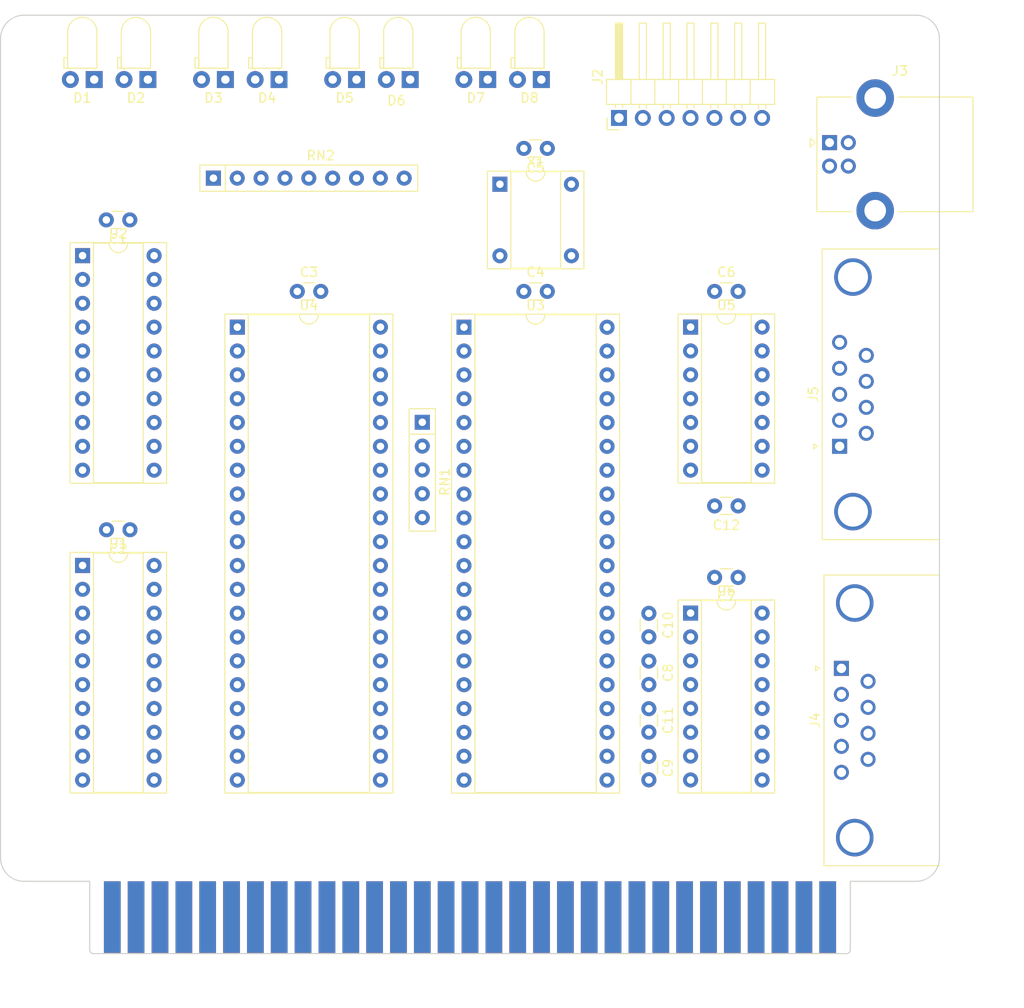
<source format=kicad_pcb>
(kicad_pcb (version 20211014) (generator pcbnew)
  (title_block (title "CTC & dual SIO") (date "2022-12-08") (rev "1") (company "Frédéric Segard"))
  (layers (0 "F.Cu" signal) (31 "B.Cu" signal) (34 "B.Paste" user) (35 "F.Paste" user) (36 "B.SilkS" user "B.Silkscreen") (37 "F.SilkS" user "F.Silkscreen") (38 "B.Mask" user) (39 "F.Mask" user) (44 "Edge.Cuts" user))
  (net 0 "")
  (net 1 "+5V")
  (net 2 "GND")
  (net 3 "Net-(C11-Pad2)")
  (net 4 "Net-(C12-Pad1)")
  (net 5 "Net-(D1-Pad1)")
  (net 6 "Net-(D1-Pad2)")
  (net 7 "Net-(D2-Pad1)")
  (net 8 "Net-(D2-Pad2)")
  (net 9 "Net-(D3-Pad1)")
  (net 10 "Net-(D3-Pad2)")
  (net 11 "Net-(D4-Pad1)")
  (net 12 "Net-(D4-Pad2)")
  (net 13 "Net-(D5-Pad1)")
  (net 14 "Net-(D5-Pad2)")
  (net 15 "Net-(D6-Pad1)")
  (net 16 "Net-(D6-Pad2)")
  (net 17 "Net-(D7-Pad1)")
  (net 18 "Net-(D7-Pad2)")
  (net 19 "Net-(D8-Pad1)")
  (net 20 "Net-(D8-Pad2)")
  (net 21 "/A7")
  (net 22 "/A6")
  (net 23 "/A5")
  (net 24 "/A4")
  (net 25 "/A3")
  (net 26 "/A2")
  (net 27 "/A1")
  (net 28 "/A0")
  (net 29 "/D0")
  (net 30 "/D1")
  (net 31 "/D2")
  (net 32 "/D3")
  (net 33 "/D4")
  (net 34 "/D5")
  (net 35 "/D6")
  (net 36 "/D7")
  (net 37 "/TX")
  (net 38 "/RX")
  (net 39 "/~{M1}")
  (net 40 "/~{RESET}")
  (net 41 "/CLK")
  (net 42 "/~{INT}")
  (net 43 "/~{RD}")
  (net 44 "/~{IORQ}")
  (net 45 "/LCD_Rx")
  (net 46 "/LCD_Tx")
  (net 47 "Net-(J3-Pad2)")
  (net 48 "Net-(J3-Pad3)")
  (net 50 "Net-(J4-Pad2)")
  (net 51 "Net-(J4-Pad3)")
  (net 54 "Net-(J4-Pad7)")
  (net 55 "Net-(J4-Pad8)")
  (net 57 "/SIO_IEO")
  (net 58 "/RxA")
  (net 59 "/TxA")
  (net 60 "/RxB")
  (net 61 "/TxB")
  (net 67 "/SDA")
  (net 68 "/SCL")
  (net 69 "/~{SIO2CS}")
  (net 70 "/~{SIO1CS}")
  (net 71 "/CLKSIO")
  (net 102 "/SIO_IEI")
  (net 111 "Net-(C9-Pad1)")
  (net 122 "Net-(U3-Pad23)")
  (net 123 "Net-(U3-Pad24)")
  (net 132 "Net-(C8-Pad1)")
  (net 133 "Net-(C8-Pad2)")
  (net 134 "Net-(C10-Pad2)")
  (net 135 "Net-(C11-Pad1)")
  (footprint "Capacitor_THT:C_Disc_D3.0mm_W1.6mm_P2.50mm" (layer "F.Cu") (at 168.295 82.55)
    (fp_text reference "C6" (at 1.25 -2.05) (layer "F.SilkS"))
    (fp_text value "0.1µF")
    (pad "1" thru_hole circle (at 0 0) (size 1.6 1.6) (drill 0.8) (layers *.Cu *.Mask) (net 1 "+5V"))
    (pad "2" thru_hole circle (at 2.5 0) (size 1.6 1.6) (drill 0.8) (layers *.Cu *.Mask) (net 2 "GND"))
  )
  (footprint "Capacitor_THT:C_Disc_D3.0mm_W1.6mm_P2.50mm" (layer "F.Cu") (at 161.29 116.86 -90)
    (fp_text reference "C10" (at 1.25 -2.05 90) (layer "F.SilkS"))
    (fp_text value "1µF")
    (pad "1" thru_hole circle (at 0 0 270) (size 1.6 1.6) (drill 0.8) (layers *.Cu *.Mask) (net 1 "+5V"))
    (pad "2" thru_hole circle (at 2.5 0 270) (size 1.6 1.6) (drill 0.8) (layers *.Cu *.Mask) (net 134 "Net-(C10-Pad2)"))
  )
  (footprint "LED_THT:LED_D3.0mm_Horizontal_O1.27mm_Z2.0mm_Clear" (layer "F.Cu") (at 130.155 59.975 180)
    (fp_text reference "D5" (at 1.27 -1.96) (layer "F.SilkS"))
    (fp_text value "RX")
    (pad "1" thru_hole rect (at 0 0 180) (size 1.8 1.8) (drill 0.9) (layers *.Cu *.Mask) (net 13 "Net-(D5-Pad1)"))
    (pad "2" thru_hole circle (at 2.54 0 180) (size 1.8 1.8) (drill 0.9) (layers *.Cu *.Mask) (net 14 "Net-(D5-Pad2)"))
  )
  (footprint "Capacitor_THT:C_Disc_D3.0mm_W1.6mm_P2.50mm" (layer "F.Cu") (at 170.795 105.41 180)
    (fp_text reference "C12" (at 1.25 -2.05) (layer "F.SilkS"))
    (fp_text value "1µF")
    (pad "1" thru_hole circle (at 0 0 180) (size 1.6 1.6) (drill 0.8) (layers *.Cu *.Mask) (net 4 "Net-(C12-Pad1)"))
    (pad "2" thru_hole circle (at 2.5 0 180) (size 1.6 1.6) (drill 0.8) (layers *.Cu *.Mask) (net 2 "GND"))
  )
  (footprint "Connector_USB:USB_B_Lumberg_2411_02_Horizontal" (layer "F.Cu") (at 180.5375 66.695)
    (fp_text reference "J3" (at 7.5 -7.65) (layer "F.SilkS"))
    (fp_text value "USB B")
    (pad "1" thru_hole rect (at 0 0 90) (size 1.6 1.6) (drill 0.95) (layers *.Cu *.Mask))
    (pad "2" thru_hole circle (at 0 2.5 90) (size 1.6 1.6) (drill 0.95) (layers *.Cu *.Mask) (net 47 "Net-(J3-Pad2)"))
    (pad "3" thru_hole circle (at 2 2.5 90) (size 1.6 1.6) (drill 0.95) (layers *.Cu *.Mask) (net 48 "Net-(J3-Pad3)"))
    (pad "4" thru_hole circle (at 2 0 90) (size 1.6 1.6) (drill 0.95) (layers *.Cu *.Mask) (net 2 "GND"))
    (pad "5" thru_hole circle (at 4.86 7.25 90) (size 4 4) (drill 2.3) (layers *.Cu *.Mask) (net 2 "GND"))
    (pad "5" thru_hole circle (at 4.86 -4.75 90) (size 4 4) (drill 2.3) (layers *.Cu *.Mask) (net 2 "GND"))
  )
  (footprint "LED_THT:LED_D3.0mm_Horizontal_O1.27mm_Z2.0mm_Clear" (layer "F.Cu") (at 107.93 59.975 180)
    (fp_text reference "D2" (at 1.27 -1.96) (layer "F.SilkS"))
    (fp_text value "TxA")
    (pad "1" thru_hole rect (at 0 0 180) (size 1.8 1.8) (drill 0.9) (layers *.Cu *.Mask) (net 7 "Net-(D2-Pad1)"))
    (pad "2" thru_hole circle (at 2.54 0 180) (size 1.8 1.8) (drill 0.9) (layers *.Cu *.Mask) (net 8 "Net-(D2-Pad2)"))
  )
  (footprint "Connector_Dsub:DSUB-9_Male_Horizontal_P2.77x2.84mm_EdgePinOffset7.70mm_Housed_MountingHolesOffset9.12mm" (layer "F.Cu") (at 181.61 99.06 90)
    (fp_text reference "J5" (at 5.54 -2.8 90) (layer "F.SilkS"))
    (fp_text value "DB9-M")
    (pad "0" thru_hole circle (at 18.04 1.42 90) (size 4 4) (drill 3.2) (layers *.Cu *.Mask) (net 2 "GND"))
    (pad "0" thru_hole circle (at -6.96 1.42 90) (size 4 4) (drill 3.2) (layers *.Cu *.Mask) (net 2 "GND"))
    (pad "1" thru_hole rect (at 0 0 90) (size 1.6 1.6) (drill 1) (layers *.Cu *.Mask))
    (pad "2" thru_hole circle (at 2.77 0 90) (size 1.6 1.6) (drill 1) (layers *.Cu *.Mask) (net 51 "Net-(J4-Pad3)"))
    (pad "3" thru_hole circle (at 5.54 0 90) (size 1.6 1.6) (drill 1) (layers *.Cu *.Mask) (net 50 "Net-(J4-Pad2)"))
    (pad "4" thru_hole circle (at 8.31 0 90) (size 1.6 1.6) (drill 1) (layers *.Cu *.Mask))
    (pad "5" thru_hole circle (at 11.08 0 90) (size 1.6 1.6) (drill 1) (layers *.Cu *.Mask) (net 2 "GND"))
    (pad "6" thru_hole circle (at 1.385 2.84 90) (size 1.6 1.6) (drill 1) (layers *.Cu *.Mask))
    (pad "7" thru_hole circle (at 4.155 2.84 90) (size 1.6 1.6) (drill 1) (layers *.Cu *.Mask) (net 55 "Net-(J4-Pad8)"))
    (pad "8" thru_hole circle (at 6.925 2.84 90) (size 1.6 1.6) (drill 1) (layers *.Cu *.Mask) (net 54 "Net-(J4-Pad7)"))
    (pad "9" thru_hole circle (at 9.695 2.84 90) (size 1.6 1.6) (drill 1) (layers *.Cu *.Mask))
  )
  (footprint "Capacitor_THT:C_Disc_D3.0mm_W1.6mm_P2.50mm" (layer "F.Cu") (at 170.795 113.03 180)
    (fp_text reference "C7" (at 1.25 -2.05) (layer "F.SilkS"))
    (fp_text value "0.1µF")
    (pad "1" thru_hole circle (at 0 0 180) (size 1.6 1.6) (drill 0.8) (layers *.Cu *.Mask) (net 1 "+5V"))
    (pad "2" thru_hole circle (at 2.5 0 180) (size 1.6 1.6) (drill 0.8) (layers *.Cu *.Mask) (net 2 "GND"))
  )
  (footprint "Connector_PinHeader_2.54mm:PinHeader_1x07_P2.54mm_Horizontal" (layer "F.Cu") (at 158.11 64.065 90)
    (fp_text reference "J2" (at 4.385 -2.27 90) (layer "F.SilkS"))
    (fp_text value "EXT LCD")
    (pad "1" thru_hole rect (at 0 0 90) (size 1.7 1.7) (drill 1) (layers *.Cu *.Mask) (net 2 "GND"))
    (pad "2" thru_hole oval (at 0 2.54 90) (size 1.7 1.7) (drill 1) (layers *.Cu *.Mask) (net 1 "+5V"))
    (pad "3" thru_hole oval (at 0 5.08 90) (size 1.7 1.7) (drill 1) (layers *.Cu *.Mask) (net 45 "/LCD_Rx"))
    (pad "4" thru_hole oval (at 0 7.62 90) (size 1.7 1.7) (drill 1) (layers *.Cu *.Mask) (net 46 "/LCD_Tx"))
    (pad "5" thru_hole oval (at 0 10.16 90) (size 1.7 1.7) (drill 1) (layers *.Cu *.Mask) (net 45 "/LCD_Rx"))
    (pad "6" thru_hole oval (at 0 12.7 90) (size 1.7 1.7) (drill 1) (layers *.Cu *.Mask) (net 1 "+5V"))
    (pad "7" thru_hole oval (at 0 15.24 90) (size 1.7 1.7) (drill 1) (layers *.Cu *.Mask) (net 2 "GND"))
  )
  (footprint "Capacitor_THT:C_Disc_D3.0mm_W1.6mm_P2.50mm" (layer "F.Cu") (at 123.845 82.55)
    (fp_text reference "C3" (at 1.25 -2.05) (layer "F.SilkS"))
    (fp_text value "0.1µF")
    (pad "1" thru_hole circle (at 0 0) (size 1.6 1.6) (drill 0.8) (layers *.Cu *.Mask) (net 1 "+5V"))
    (pad "2" thru_hole circle (at 2.5 0) (size 1.6 1.6) (drill 0.8) (layers *.Cu *.Mask) (net 2 "GND"))
  )
  (footprint "Package_DIP:DIP-20_W7.62mm_Socket" (layer "F.Cu") (at 100.975 111.755)
    (fp_text reference "U1" (at 3.81 -2.33) (layer "F.SilkS"))
    (fp_text value "ATF16V8B")
    (pad "1" thru_hole rect (at 0 0) (size 1.6 1.6) (drill 0.8) (layers *.Cu *.Mask) (net 44 "/~{IORQ}"))
    (pad "2" thru_hole oval (at 0 2.54) (size 1.6 1.6) (drill 0.8) (layers *.Cu *.Mask) (net 39 "/~{M1}"))
    (pad "3" thru_hole oval (at 0 5.08) (size 1.6 1.6) (drill 0.8) (layers *.Cu *.Mask) (net 26 "/A2"))
    (pad "4" thru_hole oval (at 0 7.62) (size 1.6 1.6) (drill 0.8) (layers *.Cu *.Mask) (net 25 "/A3"))
    (pad "5" thru_hole oval (at 0 10.16) (size 1.6 1.6) (drill 0.8) (layers *.Cu *.Mask) (net 24 "/A4"))
    (pad "6" thru_hole oval (at 0 12.7) (size 1.6 1.6) (drill 0.8) (layers *.Cu *.Mask) (net 23 "/A5"))
    (pad "7" thru_hole oval (at 0 15.24) (size 1.6 1.6) (drill 0.8) (layers *.Cu *.Mask) (net 22 "/A6"))
    (pad "8" thru_hole oval (at 0 17.78) (size 1.6 1.6) (drill 0.8) (layers *.Cu *.Mask) (net 21 "/A7"))
    (pad "9" thru_hole oval (at 0 20.32) (size 1.6 1.6) (drill 0.8) (layers *.Cu *.Mask) (net 2 "GND"))
    (pad "10" thru_hole oval (at 0 22.86) (size 1.6 1.6) (drill 0.8) (layers *.Cu *.Mask) (net 2 "GND"))
    (pad "11" thru_hole oval (at 7.62 22.86) (size 1.6 1.6) (drill 0.8) (layers *.Cu *.Mask) (net 2 "GND"))
    (pad "12" thru_hole oval (at 7.62 20.32) (size 1.6 1.6) (drill 0.8) (layers *.Cu *.Mask))
    (pad "13" thru_hole oval (at 7.62 17.78) (size 1.6 1.6) (drill 0.8) (layers *.Cu *.Mask))
    (pad "14" thru_hole oval (at 7.62 15.24) (size 1.6 1.6) (drill 0.8) (layers *.Cu *.Mask))
    (pad "15" thru_hole oval (at 7.62 12.7) (size 1.6 1.6) (drill 0.8) (layers *.Cu *.Mask))
    (pad "16" thru_hole oval (at 7.62 10.16) (size 1.6 1.6) (drill 0.8) (layers *.Cu *.Mask))
    (pad "17" thru_hole oval (at 7.62 7.62) (size 1.6 1.6) (drill 0.8) (layers *.Cu *.Mask))
    (pad "18" thru_hole oval (at 7.62 5.08) (size 1.6 1.6) (drill 0.8) (layers *.Cu *.Mask) (net 69 "/~{SIO2CS}"))
    (pad "19" thru_hole oval (at 7.62 2.54) (size 1.6 1.6) (drill 0.8) (layers *.Cu *.Mask) (net 70 "/~{SIO1CS}"))
    (pad "20" thru_hole oval (at 7.62 0) (size 1.6 1.6) (drill 0.8) (layers *.Cu *.Mask) (net 1 "+5V"))
  )
  (footprint "LED_THT:LED_D3.0mm_Horizontal_O1.27mm_Z2.0mm_Clear" (layer "F.Cu") (at 135.87 59.975 180)
    (fp_text reference "D6" (at 1.471 -2.244) (layer "F.SilkS"))
    (fp_text value "TX")
    (pad "1" thru_hole rect (at 0 0 180) (size 1.8 1.8) (drill 0.9) (layers *.Cu *.Mask) (net 15 "Net-(D6-Pad1)"))
    (pad "2" thru_hole circle (at 2.54 0 180) (size 1.8 1.8) (drill 0.9) (layers *.Cu *.Mask) (net 16 "Net-(D6-Pad2)"))
  )
  (footprint "Capacitor_THT:C_Disc_D3.0mm_W1.6mm_P2.50mm" (layer "F.Cu") (at 147.975 82.55)
    (fp_text reference "C4" (at 1.25 -2.05) (layer "F.SilkS"))
    (fp_text value "0.1µF")
    (pad "1" thru_hole circle (at 0 0) (size 1.6 1.6) (drill 0.8) (layers *.Cu *.Mask) (net 1 "+5V"))
    (pad "2" thru_hole circle (at 2.5 0) (size 1.6 1.6) (drill 0.8) (layers *.Cu *.Mask) (net 2 "GND"))
  )
  (footprint "LED_THT:LED_D3.0mm_Horizontal_O1.27mm_Z2.0mm_Clear" (layer "F.Cu") (at 144.125 59.975 180)
    (fp_text reference "D7" (at 1.27 -1.96) (layer "F.SilkS"))
    (fp_text value "LCD_Rx")
    (pad "1" thru_hole rect (at 0 0 180) (size 1.8 1.8) (drill 0.9) (layers *.Cu *.Mask) (net 17 "Net-(D7-Pad1)"))
    (pad "2" thru_hole circle (at 2.54 0 180) (size 1.8 1.8) (drill 0.9) (layers *.Cu *.Mask) (net 18 "Net-(D7-Pad2)"))
  )
  (footprint "Capacitor_THT:C_Disc_D3.0mm_W1.6mm_P2.50mm" (layer "F.Cu") (at 106.025 107.95 180)
    (fp_text reference "C2" (at 1.25 -2.05) (layer "F.SilkS"))
    (fp_text value "0.1µF")
    (pad "1" thru_hole circle (at 0 0 180) (size 1.6 1.6) (drill 0.8) (layers *.Cu *.Mask) (net 1 "+5V"))
    (pad "2" thru_hole circle (at 2.5 0 180) (size 1.6 1.6) (drill 0.8) (layers *.Cu *.Mask) (net 2 "GND"))
  )
  (footprint "0 - Library:BUS_XT" (layer "F.Cu") (at 142.24 145.415)
    (fp_text reference "J1" hide)
    (fp_text value "EDGE")
    (fp_line (start -40.51 7.3) (end -40.51 0) (layer "Edge.Cuts") (width 0.12))
    (fp_line (start 40.51 7.3) (end 40.51 0) (layer "Edge.Cuts") (width 0.12))
    (fp_line (start -40.11 7.7) (end 40.11 7.7) (layer "Edge.Cuts") (width 0.12))
    (fp_line (start -50 -2.5) (end -50 -89.8) (layer "Edge.Cuts") (width 0.12))
    (fp_line (start 47.5 0) (end 40.51 0) (layer "Edge.Cuts") (width 0.12))
    (fp_line (start -47.5 0) (end -40.51 0) (layer "Edge.Cuts") (width 0.12))
    (fp_line (start 50 -89.8) (end 50 -2.5) (layer "Edge.Cuts") (width 0.12))
    (fp_line (start -47.5 -92.3) (end 47.5 -92.3) (layer "Edge.Cuts") (width 0.12))
    (fp_arc (start -40.11 7.7) (mid -40.392843 7.582843) (end -40.51 7.3) (layer "Edge.Cuts") (width 0.12))
    (fp_arc (start -47.5 0) (mid -49.267767 -0.732233) (end -50 -2.5) (layer "Edge.Cuts") (width 0.12))
    (fp_arc (start 47.5 -92.3) (mid 49.267767 -91.567767) (end 50 -89.8) (layer "Edge.Cuts") (width 0.12))
    (fp_arc (start -50 -89.8) (mid -49.267767 -91.567767) (end -47.5 -92.3) (layer "Edge.Cuts") (width 0.12))
    (fp_arc (start 50 -2.5) (mid 49.267767 -0.732233) (end 47.5 0) (layer "Edge.Cuts") (width 0.12))
    (fp_arc (start 40.51 7.3) (mid 40.392843 7.582843) (end 40.11 7.7) (layer "Edge.Cuts") (width 0.12))
    (pad "1" connect rect locked (at 38.1 3.81) (size 1.78 7.62) (layers "F.Cu" "F.Mask") (net 2 "GND"))
    (pad "2" connect rect locked (at 35.56 3.81) (size 1.78 7.62) (layers "F.Cu" "F.Mask") (net 1 "+5V"))
    (pad "3" connect rect locked (at 33.02 3.81) (size 1.78 7.62) (layers "F.Cu" "F.Mask"))
    (pad "4" connect rect locked (at 30.48 3.81) (size 1.78 7.62) (layers "F.Cu" "F.Mask"))
    (pad "5" connect rect locked (at 27.94 3.81) (size 1.78 7.62) (layers "F.Cu" "F.Mask"))
    (pad "6" connect rect locked (at 25.4 3.81) (size 1.78 7.62) (layers "F.Cu" "F.Mask"))
    (pad "7" connect rect locked (at 22.86 3.81) (size 1.78 7.62) (layers "F.Cu" "F.Mask"))
    (pad "8" connect rect locked (at 20.32 3.81) (size 1.78 7.62) (layers "F.Cu" "F.Mask"))
    (pad "9" connect rect locked (at 17.78 3.81) (size 1.78 7.62) (layers "F.Cu" "F.Mask"))
    (pad "10" connect rect locked (at 15.24 3.81) (size 1.78 7.62) (layers "F.Cu" "F.Mask"))
    (pad "11" connect rect locked (at 12.7 3.81) (size 1.78 7.62) (layers "F.Cu" "F.Mask") (net 21 "/A7"))
    (pad "12" connect rect locked (at 10.16 3.81) (size 1.78 7.62) (layers "F.Cu" "F.Mask") (net 22 "/A6"))
    (pad "13" connect rect locked (at 7.62 3.81) (size 1.78 7.62) (layers "F.Cu" "F.Mask") (net 23 "/A5"))
    (pad "14" connect rect locked (at 5.08 3.81) (size 1.78 7.62) (layers "F.Cu" "F.Mask") (net 24 "/A4"))
    (pad "15" connect rect locked (at 2.54 3.81) (size 1.78 7.62) (layers "F.Cu" "F.Mask") (net 25 "/A3"))
    (pad "16" connect rect locked (at 0 3.81) (size 1.78 7.62) (layers "F.Cu" "F.Mask") (net 26 "/A2"))
    (pad "17" connect rect locked (at -2.54 3.81) (size 1.78 7.62) (layers "F.Cu" "F.Mask") (net 27 "/A1"))
    (pad "18" connect rect locked (at -5.08 3.81) (size 1.78 7.62) (layers "F.Cu" "F.Mask") (net 28 "/A0"))
    (pad "19" connect rect locked (at -7.62 3.81) (size 1.78 7.62) (layers "F.Cu" "F.Mask") (net 29 "/D0"))
    (pad "20" connect rect locked (at -10.16 3.81) (size 1.78 7.62) (layers "F.Cu" "F.Mask") (net 30 "/D1"))
    (pad "21" connect rect locked (at -12.7 3.81) (size 1.78 7.62) (layers "F.Cu" "F.Mask") (net 31 "/D2"))
    (pad "22" connect rect locked (at -15.24 3.81) (size 1.78 7.62) (layers "F.Cu" "F.Mask") (net 32 "/D3"))
    (pad "23" connect rect locked (at -17.78 3.81) (size 1.78 7.62) (layers "F.Cu" "F.Mask") (net 33 "/D4"))
    (pad "24" connect rect locked (at -20.32 3.81) (size 1.78 7.62) (layers "F.Cu" "F.Mask") (net 34 "/D5"))
    (pad "25" connect rect locked (at -22.86 3.81) (size 1.78 7.62) (layers "F.Cu" "F.Mask") (net 35 "/D6"))
    (pad "26" connect rect locked (at -25.4 3.81) (size 1.78 7.62) (layers "F.Cu" "F.Mask") (net 36 "/D7"))
    (pad "27" connect rect locked (at -27.94 3.81) (size 1.78 7.62) (layers "F.Cu" "F.Mask") (net 37 "/TX"))
    (pad "28" connect rect locked (at -30.48 3.81) (size 1.78 7.62) (layers "F.Cu" "F.Mask") (net 38 "/RX"))
    (pad "29" connect rect locked (at -33.02 3.81) (size 1.78 7.62) (layers "F.Cu" "F.Mask"))
    (pad "30" connect rect locked (at -35.56 3.81) (size 1.78 7.62) (layers "F.Cu" "F.Mask") (net 1 "+5V"))
    (pad "31" connect rect locked (at -38.1 3.81) (size 1.78 7.62) (layers "F.Cu" "F.Mask") (net 2 "GND"))
    (pad "32" connect rect locked (at 38.1 3.81) (size 1.78 7.62) (layers "B.Cu" "B.Mask") (net 2 "GND"))
    (pad "33" connect rect locked (at 35.56 3.81) (size 1.78 7.62) (layers "B.Cu" "B.Mask") (net 1 "+5V"))
    (pad "34" connect rect locked (at 33.02 3.81) (size 1.78 7.62) (layers "B.Cu" "B.Mask") (net 39 "/~{M1}"))
    (pad "35" connect rect locked (at 30.48 3.81) (size 1.78 7.62) (layers "B.Cu" "B.Mask") (net 40 "/~{RESET}"))
    (pad "36" connect rect locked (at 27.94 3.81) (size 1.78 7.62) (layers "B.Cu" "B.Mask") (net 41 "/CLK"))
    (pad "37" connect rect locked (at 25.4 3.81) (size 1.78 7.62) (layers "B.Cu" "B.Mask") (net 42 "/~{INT}"))
    (pad "38" connect rect locked (at 22.86 3.81) (size 1.78 7.62) (layers "B.Cu" "B.Mask"))
    (pad "39" connect rect locked (at 20.32 3.81) (size 1.78 7.62) (layers "B.Cu" "B.Mask"))
    (pad "40" connect rect locked (at 17.78 3.81) (size 1.78 7.62) (layers "B.Cu" "B.Mask") (net 43 "/~{RD}"))
    (pad "41" connect rect locked (at 15.24 3.81) (size 1.78 7.62) (layers "B.Cu" "B.Mask") (net 44 "/~{IORQ}"))
    (pad "42" connect rect locked (at 12.7 3.81) (size 1.78 7.62) (layers "B.Cu" "B.Mask"))
    (pad "43" connect rect locked (at 10.16 3.81) (size 1.78 7.62) (layers "B.Cu" "B.Mask"))
    (pad "44" connect rect locked (at 7.62 3.81) (size 1.78 7.62) (layers "B.Cu" "B.Mask"))
    (pad "45" connect rect locked (at 5.08 3.81) (size 1.78 7.62) (layers "B.Cu" "B.Mask"))
    (pad "46" connect rect locked (at 2.54 3.81) (size 1.78 7.62) (layers "B.Cu" "B.Mask"))
    (pad "47" connect rect locked (at 0 3.81) (size 1.78 7.62) (layers "B.Cu" "B.Mask"))
    (pad "48" connect rect locked (at -2.54 3.81) (size 1.78 7.62) (layers "B.Cu" "B.Mask"))
    (pad "49" connect rect locked (at -5.08 3.81) (size 1.78 7.62) (layers "B.Cu" "B.Mask"))
    (pad "50" connect rect locked (at -7.62 3.81) (size 1.78 7.62) (layers "B.Cu" "B.Mask"))
    (pad "51" connect rect locked (at -10.16 3.81) (size 1.78 7.62) (layers "B.Cu" "B.Mask"))
    (pad "52" connect rect locked (at -12.7 3.81) (size 1.78 7.62) (layers "B.Cu" "B.Mask"))
    (pad "53" connect rect locked (at -15.24 3.81) (size 1.78 7.62) (layers "B.Cu" "B.Mask"))
    (pad "54" connect rect locked (at -17.78 3.81) (size 1.78 7.62) (layers "B.Cu" "B.Mask"))
    (pad "55" connect rect locked (at -20.32 3.81) (size 1.78 7.62) (layers "B.Cu" "B.Mask"))
    (pad "56" connect rect locked (at -22.86 3.81) (size 1.78 7.62) (layers "B.Cu" "B.Mask"))
    (pad "57" connect rect locked (at -25.4 3.81) (size 1.78 7.62) (layers "B.Cu" "B.Mask"))
    (pad "58" connect rect locked (at -27.94 3.81) (size 1.78 7.62) (layers "B.Cu" "B.Mask"))
    (pad "59" connect rect locked (at -30.48 3.81) (size 1.78 7.62) (layers "B.Cu" "B.Mask"))
    (pad "60" connect rect locked (at -33.02 3.81) (size 1.78 7.62) (layers "B.Cu" "B.Mask"))
    (pad "61" connect rect locked (at -35.56 3.81) (size 1.78 7.62) (layers "B.Cu" "B.Mask") (net 1 "+5V"))
    (pad "62" connect rect locked (at -38.1 3.81) (size 1.78 7.62) (layers "B.Cu" "B.Mask") (net 2 "GND"))
  )
  (footprint "LED_THT:LED_D3.0mm_Horizontal_O1.27mm_Z2.0mm_Clear" (layer "F.Cu") (at 121.9 59.975 180)
    (fp_text reference "D4" (at 1.27 -1.96) (layer "F.SilkS"))
    (fp_text value "TxB")
    (pad "1" thru_hole rect (at 0 0 180) (size 1.8 1.8) (drill 0.9) (layers *.Cu *.Mask) (net 11 "Net-(D4-Pad1)"))
    (pad "2" thru_hole circle (at 2.54 0 180) (size 1.8 1.8) (drill 0.9) (layers *.Cu *.Mask) (net 12 "Net-(D4-Pad2)"))
  )
  (footprint "Capacitor_THT:C_Disc_D3.0mm_W1.6mm_P2.50mm" (layer "F.Cu") (at 150.475 67.31 180)
    (fp_text reference "C5" (at 1.25 -2.05) (layer "F.SilkS"))
    (fp_text value "0.1µF")
    (pad "1" thru_hole circle (at 0 0 180) (size 1.6 1.6) (drill 0.8) (layers *.Cu *.Mask) (net 1 "+5V"))
    (pad "2" thru_hole circle (at 2.5 0 180) (size 1.6 1.6) (drill 0.8) (layers *.Cu *.Mask) (net 2 "GND"))
  )
  (footprint "Capacitor_THT:C_Disc_D3.0mm_W1.6mm_P2.50mm" (layer "F.Cu") (at 106.005 74.93 180)
    (fp_text reference "C1" (at 1.25 -2.05) (layer "F.SilkS"))
    (fp_text value "0.1µF")
    (pad "1" thru_hole circle (at 0 0 180) (size 1.6 1.6) (drill 0.8) (layers *.Cu *.Mask) (net 1 "+5V"))
    (pad "2" thru_hole circle (at 2.5 0 180) (size 1.6 1.6) (drill 0.8) (layers *.Cu *.Mask) (net 2 "GND"))
  )
  (footprint "Package_DIP:DIP-14_W7.62mm_Socket" (layer "F.Cu") (at 165.735 86.355)
    (fp_text reference "U5" (at 3.81 -2.33) (layer "F.SilkS"))
    (fp_text value "MCP2221A")
    (pad "1" thru_hole rect (at 0 0) (size 1.6 1.6) (drill 0.8) (layers *.Cu *.Mask) (net 1 "+5V"))
    (pad "2" thru_hole oval (at 0 2.54) (size 1.6 1.6) (drill 0.8) (layers *.Cu *.Mask))
    (pad "3" thru_hole oval (at 0 5.08) (size 1.6 1.6) (drill 0.8) (layers *.Cu *.Mask))
    (pad "4" thru_hole oval (at 0 7.62) (size 1.6 1.6) (drill 0.8) (layers *.Cu *.Mask) (net 40 "/~{RESET}"))
    (pad "5" thru_hole oval (at 0 10.16) (size 1.6 1.6) (drill 0.8) (layers *.Cu *.Mask) (net 58 "/RxA"))
    (pad "6" thru_hole oval (at 0 12.7) (size 1.6 1.6) (drill 0.8) (layers *.Cu *.Mask) (net 59 "/TxA"))
    (pad "7" thru_hole oval (at 0 15.24) (size 1.6 1.6) (drill 0.8) (layers *.Cu *.Mask))
    (pad "8" thru_hole oval (at 7.62 15.24) (size 1.6 1.6) (drill 0.8) (layers *.Cu *.Mask))
    (pad "9" thru_hole oval (at 7.62 12.7) (size 1.6 1.6) (drill 0.8) (layers *.Cu *.Mask) (net 67 "/SDA"))
    (pad "10" thru_hole oval (at 7.62 10.16) (size 1.6 1.6) (drill 0.8) (layers *.Cu *.Mask) (net 68 "/SCL"))
    (pad "11" thru_hole oval (at 7.62 7.62) (size 1.6 1.6) (drill 0.8) (layers *.Cu *.Mask) (net 4 "Net-(C12-Pad1)"))
    (pad "12" thru_hole oval (at 7.62 5.08) (size 1.6 1.6) (drill 0.8) (layers *.Cu *.Mask) (net 47 "Net-(J3-Pad2)"))
    (pad "13" thru_hole oval (at 7.62 2.54) (size 1.6 1.6) (drill 0.8) (layers *.Cu *.Mask) (net 48 "Net-(J3-Pad3)"))
    (pad "14" thru_hole oval (at 7.62 0) (size 1.6 1.6) (drill 0.8) (layers *.Cu *.Mask) (net 2 "GND"))
  )
  (footprint "Package_DIP:DIP-40_W15.24mm_Socket" (layer "F.Cu") (at 117.46 86.36)
    (fp_text reference "U4" (at 7.62 -2.33) (layer "F.SilkS"))
    (fp_text value "Z84C4010")
    (pad "1" thru_hole rect (at 0 0) (size 1.6 1.6) (drill 0.8) (layers *.Cu *.Mask) (net 30 "/D1"))
    (pad "2" thru_hole oval (at 0 2.54) (size 1.6 1.6) (drill 0.8) (layers *.Cu *.Mask) (net 32 "/D3"))
    (pad "3" thru_hole oval (at 0 5.08) (size 1.6 1.6) (drill 0.8) (layers *.Cu *.Mask) (net 34 "/D5"))
    (pad "4" thru_hole oval (at 0 7.62) (size 1.6 1.6) (drill 0.8) (layers *.Cu *.Mask) (net 36 "/D7"))
    (pad "5" thru_hole oval (at 0 10.16) (size 1.6 1.6) (drill 0.8) (layers *.Cu *.Mask) (net 42 "/~{INT}"))
    (pad "6" thru_hole oval (at 0 12.7) (size 1.6 1.6) (drill 0.8) (layers *.Cu *.Mask) (net 57 "/SIO_IEO"))
    (pad "7" thru_hole oval (at 0 15.24) (size 1.6 1.6) (drill 0.8) (layers *.Cu *.Mask))
    (pad "8" thru_hole oval (at 0 17.78) (size 1.6 1.6) (drill 0.8) (layers *.Cu *.Mask) (net 39 "/~{M1}"))
    (pad "9" thru_hole oval (at 0 20.32) (size 1.6 1.6) (drill 0.8) (layers *.Cu *.Mask) (net 1 "+5V"))
    (pad "10" thru_hole oval (at 0 22.86) (size 1.6 1.6) (drill 0.8) (layers *.Cu *.Mask))
    (pad "11" thru_hole oval (at 0 25.4) (size 1.6 1.6) (drill 0.8) (layers *.Cu *.Mask))
    (pad "12" thru_hole oval (at 0 27.94) (size 1.6 1.6) (drill 0.8) (layers *.Cu *.Mask) (net 38 "/RX"))
    (pad "13" thru_hole oval (at 0 30.48) (size 1.6 1.6) (drill 0.8) (layers *.Cu *.Mask) (net 71 "/CLKSIO"))
    (pad "14" thru_hole oval (at 0 33.02) (size 1.6 1.6) (drill 0.8) (layers *.Cu *.Mask) (net 71 "/CLKSIO"))
    (pad "15" thru_hole oval (at 0 35.56) (size 1.6 1.6) (drill 0.8) (layers *.Cu *.Mask) (net 37 "/TX"))
    (pad "16" thru_hole oval (at 0 38.1) (size 1.6 1.6) (drill 0.8) (layers *.Cu *.Mask))
    (pad "17" thru_hole oval (at 0 40.64) (size 1.6 1.6) (drill 0.8) (layers *.Cu *.Mask))
    (pad "18" thru_hole oval (at 0 43.18) (size 1.6 1.6) (drill 0.8) (layers *.Cu *.Mask) (net 2 "GND"))
    (pad "19" thru_hole oval (at 0 45.72) (size 1.6 1.6) (drill 0.8) (layers *.Cu *.Mask) (net 2 "GND"))
    (pad "20" thru_hole oval (at 0 48.26) (size 1.6 1.6) (drill 0.8) (layers *.Cu *.Mask) (net 41 "/CLK"))
    (pad "21" thru_hole oval (at 15.24 48.26) (size 1.6 1.6) (drill 0.8) (layers *.Cu *.Mask) (net 40 "/~{RESET}"))
    (pad "22" thru_hole oval (at 15.24 45.72) (size 1.6 1.6) (drill 0.8) (layers *.Cu *.Mask) (net 2 "GND"))
    (pad "23" thru_hole oval (at 15.24 43.18) (size 1.6 1.6) (drill 0.8) (layers *.Cu *.Mask) (net 2 "GND"))
    (pad "24" thru_hole oval (at 15.24 40.64) (size 1.6 1.6) (drill 0.8) (layers *.Cu *.Mask))
    (pad "25" thru_hole oval (at 15.24 38.1) (size 1.6 1.6) (drill 0.8) (layers *.Cu *.Mask))
    (pad "26" thru_hole oval (at 15.24 35.56) (size 1.6 1.6) (drill 0.8) (layers *.Cu *.Mask) (net 46 "/LCD_Tx"))
    (pad "27" thru_hole oval (at 15.24 33.02) (size 1.6 1.6) (drill 0.8) (layers *.Cu *.Mask) (net 71 "/CLKSIO"))
    (pad "28" thru_hole oval (at 15.24 30.48) (size 1.6 1.6) (drill 0.8) (layers *.Cu *.Mask) (net 45 "/LCD_Rx"))
    (pad "29" thru_hole oval (at 15.24 27.94) (size 1.6 1.6) (drill 0.8) (layers *.Cu *.Mask))
    (pad "30" thru_hole oval (at 15.24 25.4) (size 1.6 1.6) (drill 0.8) (layers *.Cu *.Mask))
    (pad "31" thru_hole oval (at 15.24 22.86) (size 1.6 1.6) (drill 0.8) (layers *.Cu *.Mask) (net 2 "GND"))
    (pad "32" thru_hole oval (at 15.24 20.32) (size 1.6 1.6) (drill 0.8) (layers *.Cu *.Mask) (net 43 "/~{RD}"))
    (pad "33" thru_hole oval (at 15.24 17.78) (size 1.6 1.6) (drill 0.8) (layers *.Cu *.Mask) (net 27 "/A1"))
    (pad "34" thru_hole oval (at 15.24 15.24) (size 1.6 1.6) (drill 0.8) (layers *.Cu *.Mask) (net 28 "/A0"))
    (pad "35" thru_hole oval (at 15.24 12.7) (size 1.6 1.6) (drill 0.8) (layers *.Cu *.Mask) (net 69 "/~{SIO2CS}"))
    (pad "36" thru_hole oval (at 15.24 10.16) (size 1.6 1.6) (drill 0.8) (layers *.Cu *.Mask) (net 44 "/~{IORQ}"))
    (pad "37" thru_hole oval (at 15.24 7.62) (size 1.6 1.6) (drill 0.8) (layers *.Cu *.Mask) (net 35 "/D6"))
    (pad "38" thru_hole oval (at 15.24 5.08) (size 1.6 1.6) (drill 0.8) (layers *.Cu *.Mask) (net 33 "/D4"))
    (pad "39" thru_hole oval (at 15.24 2.54) (size 1.6 1.6) (drill 0.8) (layers *.Cu *.Mask) (net 31 "/D2"))
    (pad "40" thru_hole oval (at 15.24 0) (size 1.6 1.6) (drill 0.8) (layers *.Cu *.Mask) (net 29 "/D0"))
  )
  (footprint "0 - Library:DIP-8-4_W7.62mm_Oscillator_Socket" (layer "F.Cu") (at 145.425 71.13)
    (fp_text reference "X1" (at 3.81 -2.33) (layer "F.SilkS"))
    (fp_text value "1.8432MHz")
    (pad "1" thru_hole rect (at 0 0) (size 1.6 1.6) (drill 0.8) (layers *.Cu *.Mask) (net 1 "+5V"))
    (pad "4" thru_hole oval (at 0 7.62) (size 1.6 1.6) (drill 0.8) (layers *.Cu *.Mask) (net 2 "GND"))
    (pad "5" thru_hole oval (at 7.62 7.62) (size 1.6 1.6) (drill 0.8) (layers *.Cu *.Mask) (net 71 "/CLKSIO"))
    (pad "8" thru_hole oval (at 7.62 0) (size 1.6 1.6) (drill 0.8) (layers *.Cu *.Mask) (net 1 "+5V"))
  )
  (footprint "Package_DIP:DIP-20_W7.62mm_Socket" (layer "F.Cu") (at 100.975 78.74)
    (fp_text reference "U2" (at 3.81 -2.33) (layer "F.SilkS"))
    (fp_text value "74HC563")
    (pad "1" thru_hole rect (at 0 0) (size 1.6 1.6) (drill 0.8) (layers *.Cu *.Mask) (net 2 "GND"))
    (pad "2" thru_hole oval (at 0 2.54) (size 1.6 1.6) (drill 0.8) (layers *.Cu *.Mask) (net 58 "/RxA"))
    (pad "3" thru_hole oval (at 0 5.08) (size 1.6 1.6) (drill 0.8) (layers *.Cu *.Mask) (net 59 "/TxA"))
    (pad "4" thru_hole oval (at 0 7.62) (size 1.6 1.6) (drill 0.8) (layers *.Cu *.Mask) (net 60 "/RxB"))
    (pad "5" thru_hole oval (at 0 10.16) (size 1.6 1.6) (drill 0.8) (layers *.Cu *.Mask) (net 61 "/TxB"))
    (pad "6" thru_hole oval (at 0 12.7) (size 1.6 1.6) (drill 0.8) (layers *.Cu *.Mask) (net 38 "/RX"))
    (pad "7" thru_hole oval (at 0 15.24) (size 1.6 1.6) (drill 0.8) (layers *.Cu *.Mask) (net 37 "/TX"))
    (pad "8" thru_hole oval (at 0 17.78) (size 1.6 1.6) (drill 0.8) (layers *.Cu *.Mask) (net 45 "/LCD_Rx"))
    (pad "9" thru_hole oval (at 0 20.32) (size 1.6 1.6) (drill 0.8) (layers *.Cu *.Mask) (net 46 "/LCD_Tx"))
    (pad "10" thru_hole oval (at 0 22.86) (size 1.6 1.6) (drill 0.8) (layers *.Cu *.Mask) (net 2 "GND"))
    (pad "11" thru_hole oval (at 7.62 22.86) (size 1.6 1.6) (drill 0.8) (layers *.Cu *.Mask) (net 1 "+5V"))
    (pad "12" thru_hole oval (at 7.62 20.32) (size 1.6 1.6) (drill 0.8) (layers *.Cu *.Mask) (net 20 "Net-(D8-Pad2)"))
    (pad "13" thru_hole oval (at 7.62 17.78) (size 1.6 1.6) (drill 0.8) (layers *.Cu *.Mask) (net 18 "Net-(D7-Pad2)"))
    (pad "14" thru_hole oval (at 7.62 15.24) (size 1.6 1.6) (drill 0.8) (layers *.Cu *.Mask) (net 16 "Net-(D6-Pad2)"))
    (pad "15" thru_hole oval (at 7.62 12.7) (size 1.6 1.6) (drill 0.8) (layers *.Cu *.Mask) (net 14 "Net-(D5-Pad2)"))
    (pad "16" thru_hole oval (at 7.62 10.16) (size 1.6 1.6) (drill 0.8) (layers *.Cu *.Mask) (net 12 "Net-(D4-Pad2)"))
    (pad "17" thru_hole oval (at 7.62 7.62) (size 1.6 1.6) (drill 0.8) (layers *.Cu *.Mask) (net 10 "Net-(D3-Pad2)"))
    (pad "18" thru_hole oval (at 7.62 5.08) (size 1.6 1.6) (drill 0.8) (layers *.Cu *.Mask) (net 8 "Net-(D2-Pad2)"))
    (pad "19" thru_hole oval (at 7.62 2.54) (size 1.6 1.6) (drill 0.8) (layers *.Cu *.Mask) (net 6 "Net-(D1-Pad2)"))
    (pad "20" thru_hole oval (at 7.62 0) (size 1.6 1.6) (drill 0.8) (layers *.Cu *.Mask) (net 1 "+5V"))
  )
  (footprint "LED_THT:LED_D3.0mm_Horizontal_O1.27mm_Z2.0mm_Clear" (layer "F.Cu") (at 102.215 59.975 180)
    (fp_text reference "D1" (at 1.27 -1.96) (layer "F.SilkS"))
    (fp_text value "RxA")
    (pad "1" thru_hole rect (at 0 0 180) (size 1.8 1.8) (drill 0.9) (layers *.Cu *.Mask) (net 5 "Net-(D1-Pad1)"))
    (pad "2" thru_hole circle (at 2.54 0 180) (size 1.8 1.8) (drill 0.9) (layers *.Cu *.Mask) (net 6 "Net-(D1-Pad2)"))
  )
  (footprint "Resistor_THT:R_Array_SIP5" (layer "F.Cu") (at 137.16 96.495 -90)
    (fp_text reference "RN1" (at 6.35 -2.4 90) (layer "F.SilkS"))
    (fp_text value "3K3")
    (pad "1" thru_hole rect (at 0 0 270) (size 1.6 1.6) (drill 0.8) (layers *.Cu *.Mask) (net 1 "+5V"))
    (pad "2" thru_hole oval (at 2.54 0 270) (size 1.6 1.6) (drill 0.8) (layers *.Cu *.Mask) (net 102 "/SIO_IEI"))
    (pad "3" thru_hole oval (at 5.08 0 270) (size 1.6 1.6) (drill 0.8) (layers *.Cu *.Mask) (net 57 "/SIO_IEO"))
    (pad "4" thru_hole oval (at 7.62 0 270) (size 1.6 1.6) (drill 0.8) (layers *.Cu *.Mask) (net 67 "/SDA"))
    (pad "5" thru_hole oval (at 10.16 0 270) (size 1.6 1.6) (drill 0.8) (layers *.Cu *.Mask) (net 68 "/SCL"))
  )
  (footprint "Package_DIP:DIP-16_W7.62mm_Socket" (layer "F.Cu") (at 165.735 116.83)
    (fp_text reference "U6" (at 3.81 -2.33) (layer "F.SilkS"))
    (fp_text value "MAX232")
    (pad "1" thru_hole rect (at 0 0) (size 1.6 1.6) (drill 0.8) (layers *.Cu *.Mask) (net 132 "Net-(C8-Pad1)"))
    (pad "2" thru_hole oval (at 0 2.54) (size 1.6 1.6) (drill 0.8) (layers *.Cu *.Mask) (net 134 "Net-(C10-Pad2)"))
    (pad "3" thru_hole oval (at 0 5.08) (size 1.6 1.6) (drill 0.8) (layers *.Cu *.Mask) (net 133 "Net-(C8-Pad2)"))
    (pad "4" thru_hole oval (at 0 7.62) (size 1.6 1.6) (drill 0.8) (layers *.Cu *.Mask) (net 135 "Net-(C11-Pad1)"))
    (pad "5" thru_hole oval (at 0 10.16) (size 1.6 1.6) (drill 0.8) (layers *.Cu *.Mask) (net 3 "Net-(C11-Pad2)"))
    (pad "6" thru_hole oval (at 0 12.7) (size 1.6 1.6) (drill 0.8) (layers *.Cu *.Mask) (net 111 "Net-(C9-Pad1)"))
    (pad "7" thru_hole oval (at 0 15.24) (size 1.6 1.6) (drill 0.8) (layers *.Cu *.Mask) (net 55 "Net-(J4-Pad8)"))
    (pad "8" thru_hole oval (at 0 17.78) (size 1.6 1.6) (drill 0.8) (layers *.Cu *.Mask) (net 54 "Net-(J4-Pad7)"))
    (pad "9" thru_hole oval (at 7.62 17.78) (size 1.6 1.6) (drill 0.8) (layers *.Cu *.Mask) (net 122 "Net-(U3-Pad23)"))
    (pad "10" thru_hole oval (at 7.62 15.24) (size 1.6 1.6) (drill 0.8) (layers *.Cu *.Mask) (net 123 "Net-(U3-Pad24)"))
    (pad "11" thru_hole oval (at 7.62 12.7) (size 1.6 1.6) (drill 0.8) (layers *.Cu *.Mask) (net 61 "/TxB"))
    (pad "12" thru_hole oval (at 7.62 10.16) (size 1.6 1.6) (drill 0.8) (layers *.Cu *.Mask) (net 60 "/RxB"))
    (pad "13" thru_hole oval (at 7.62 7.62) (size 1.6 1.6) (drill 0.8) (layers *.Cu *.Mask) (net 51 "Net-(J4-Pad3)"))
    (pad "14" thru_hole oval (at 7.62 5.08) (size 1.6 1.6) (drill 0.8) (layers *.Cu *.Mask) (net 50 "Net-(J4-Pad2)"))
    (pad "15" thru_hole oval (at 7.62 2.54) (size 1.6 1.6) (drill 0.8) (layers *.Cu *.Mask) (net 2 "GND"))
    (pad "16" thru_hole oval (at 7.62 0) (size 1.6 1.6) (drill 0.8) (layers *.Cu *.Mask) (net 1 "+5V"))
  )
  (footprint "Connector_Dsub:DSUB-9_Female_Horizontal_P2.77x2.84mm_EdgePinOffset7.70mm_Housed_MountingHolesOffset9.12mm" (layer "F.Cu") (at 181.799669 122.72 90)
    (fp_text reference "J4" (at -5.54 -2.8 90) (layer "F.SilkS"))
    (fp_text value "DB9-F")
    (pad "0" thru_hole circle (at -18.04 1.42 90) (size 4 4) (drill 3.2) (layers *.Cu *.Mask))
    (pad "0" thru_hole circle (at 6.96 1.42 90) (size 4 4) (drill 3.2) (layers *.Cu *.Mask))
    (pad "1" thru_hole rect (at 0 0 90) (size 1.6 1.6) (drill 1) (layers *.Cu *.Mask))
    (pad "2" thru_hole circle (at -2.77 0 90) (size 1.6 1.6) (drill 1) (layers *.Cu *.Mask) (net 50 "Net-(J4-Pad2)"))
    (pad "3" thru_hole circle (at -5.54 0 90) (size 1.6 1.6) (drill 1) (layers *.Cu *.Mask) (net 51 "Net-(J4-Pad3)"))
    (pad "4" thru_hole circle (at -8.31 0 90) (size 1.6 1.6) (drill 1) (layers *.Cu *.Mask))
    (pad "5" thru_hole circle (at -11.08 0 90) (size 1.6 1.6) (drill 1) (layers *.Cu *.Mask) (net 2 "GND"))
    (pad "6" thru_hole circle (at -1.385 2.84 90) (size 1.6 1.6) (drill 1) (layers *.Cu *.Mask))
    (pad "7" thru_hole circle (at -4.155 2.84 90) (size 1.6 1.6) (drill 1) (layers *.Cu *.Mask) (net 54 "Net-(J4-Pad7)"))
    (pad "8" thru_hole circle (at -6.925 2.84 90) (size 1.6 1.6) (drill 1) (layers *.Cu *.Mask) (net 55 "Net-(J4-Pad8)"))
    (pad "9" thru_hole circle (at -9.695 2.84 90) (size 1.6 1.6) (drill 1) (layers *.Cu *.Mask))
  )
  (footprint "Capacitor_THT:C_Disc_D3.0mm_W1.6mm_P2.50mm" (layer "F.Cu") (at 161.29 132.1 -90)
    (fp_text reference "C9" (at 1.25 -2.05 90) (layer "F.SilkS"))
    (fp_text value "1µF")
    (pad "1" thru_hole circle (at 0 0 270) (size 1.6 1.6) (drill 0.8) (layers *.Cu *.Mask) (net 111 "Net-(C9-Pad1)"))
    (pad "2" thru_hole circle (at 2.5 0 270) (size 1.6 1.6) (drill 0.8) (layers *.Cu *.Mask) (net 2 "GND"))
  )
  (footprint "Capacitor_THT:C_Disc_D3.0mm_W1.6mm_P2.50mm" (layer "F.Cu") (at 161.29 121.94 -90)
    (fp_text reference "C8" (at 1.25 -2.05 90) (layer "F.SilkS"))
    (fp_text value "1µF")
    (pad "1" thru_hole circle (at 0 0 270) (size 1.6 1.6) (drill 0.8) (layers *.Cu *.Mask) (net 132 "Net-(C8-Pad1)"))
    (pad "2" thru_hole circle (at 2.5 0 270) (size 1.6 1.6) (drill 0.8) (layers *.Cu *.Mask) (net 133 "Net-(C8-Pad2)"))
  )
  (footprint "LED_THT:LED_D3.0mm_Horizontal_O1.27mm_Z2.0mm_Clear" (layer "F.Cu") (at 116.185 59.975 180)
    (fp_text reference "D3" (at 1.27 -1.96) (layer "F.SilkS"))
    (fp_text value "RxB")
    (pad "1" thru_hole rect (at 0 0 180) (size 1.8 1.8) (drill 0.9) (layers *.Cu *.Mask) (net 9 "Net-(D3-Pad1)"))
    (pad "2" thru_hole circle (at 2.54 0 180) (size 1.8 1.8) (drill 0.9) (layers *.Cu *.Mask) (net 10 "Net-(D3-Pad2)"))
  )
  (footprint "Package_DIP:DIP-40_W15.24mm_Socket" (layer "F.Cu") (at 141.6 86.365)
    (fp_text reference "U3" (at 7.62 -2.33) (layer "F.SilkS"))
    (fp_text value "Z84C4010")
    (pad "1" thru_hole rect (at 0 0) (size 1.6 1.6) (drill 0.8) (layers *.Cu *.Mask) (net 30 "/D1"))
    (pad "2" thru_hole oval (at 0 2.54) (size 1.6 1.6) (drill 0.8) (layers *.Cu *.Mask) (net 32 "/D3"))
    (pad "3" thru_hole oval (at 0 5.08) (size 1.6 1.6) (drill 0.8) (layers *.Cu *.Mask) (net 34 "/D5"))
    (pad "4" thru_hole oval (at 0 7.62) (size 1.6 1.6) (drill 0.8) (layers *.Cu *.Mask) (net 36 "/D7"))
    (pad "5" thru_hole oval (at 0 10.16) (size 1.6 1.6) (drill 0.8) (layers *.Cu *.Mask) (net 42 "/~{INT}"))
    (pad "6" thru_hole oval (at 0 12.7) (size 1.6 1.6) (drill 0.8) (layers *.Cu *.Mask) (net 102 "/SIO_IEI"))
    (pad "7" thru_hole oval (at 0 15.24) (size 1.6 1.6) (drill 0.8) (layers *.Cu *.Mask) (net 57 "/SIO_IEO"))
    (pad "8" thru_hole oval (at 0 17.78) (size 1.6 1.6) (drill 0.8) (layers *.Cu *.Mask) (net 39 "/~{M1}"))
    (pad "9" thru_hole oval (at 0 20.32) (size 1.6 1.6) (drill 0.8) (layers *.Cu *.Mask) (net 1 "+5V"))
    (pad "10" thru_hole oval (at 0 22.86) (size 1.6 1.6) (drill 0.8) (layers *.Cu *.Mask))
    (pad "11" thru_hole oval (at 0 25.4) (size 1.6 1.6) (drill 0.8) (layers *.Cu *.Mask))
    (pad "12" thru_hole oval (at 0 27.94) (size 1.6 1.6) (drill 0.8) (layers *.Cu *.Mask) (net 59 "/TxA"))
    (pad "13" thru_hole oval (at 0 30.48) (size 1.6 1.6) (drill 0.8) (layers *.Cu *.Mask) (net 71 "/CLKSIO"))
    (pad "14" thru_hole oval (at 0 33.02) (size 1.6 1.6) (drill 0.8) (layers *.Cu *.Mask) (net 71 "/CLKSIO"))
    (pad "15" thru_hole oval (at 0 35.56) (size 1.6 1.6) (drill 0.8) (layers *.Cu *.Mask) (net 58 "/RxA"))
    (pad "16" thru_hole oval (at 0 38.1) (size 1.6 1.6) (drill 0.8) (layers *.Cu *.Mask))
    (pad "17" thru_hole oval (at 0 40.64) (size 1.6 1.6) (drill 0.8) (layers *.Cu *.Mask))
    (pad "18" thru_hole oval (at 0 43.18) (size 1.6 1.6) (drill 0.8) (layers *.Cu *.Mask) (net 2 "GND"))
    (pad "19" thru_hole oval (at 0 45.72) (size 1.6 1.6) (drill 0.8) (layers *.Cu *.Mask) (net 2 "GND"))
    (pad "20" thru_hole oval (at 0 48.26) (size 1.6 1.6) (drill 0.8) (layers *.Cu *.Mask) (net 41 "/CLK"))
    (pad "21" thru_hole oval (at 15.24 48.26) (size 1.6 1.6) (drill 0.8) (layers *.Cu *.Mask) (net 40 "/~{RESET}"))
    (pad "22" thru_hole oval (at 15.24 45.72) (size 1.6 1.6) (drill 0.8) (layers *.Cu *.Mask) (net 2 "GND"))
    (pad "23" thru_hole oval (at 15.24 43.18) (size 1.6 1.6) (drill 0.8) (layers *.Cu *.Mask) (net 122 "Net-(U3-Pad23)"))
    (pad "24" thru_hole oval (at 15.24 40.64) (size 1.6 1.6) (drill 0.8) (layers *.Cu *.Mask) (net 123 "Net-(U3-Pad24)"))
    (pad "25" thru_hole oval (at 15.24 38.1) (size 1.6 1.6) (drill 0.8) (layers *.Cu *.Mask))
    (pad "26" thru_hole oval (at 15.24 35.56) (size 1.6 1.6) (drill 0.8) (layers *.Cu *.Mask) (net 61 "/TxB"))
    (pad "27" thru_hole oval (at 15.24 33.02) (size 1.6 1.6) (drill 0.8) (layers *.Cu *.Mask) (net 71 "/CLKSIO"))
    (pad "28" thru_hole oval (at 15.24 30.48) (size 1.6 1.6) (drill 0.8) (layers *.Cu *.Mask) (net 60 "/RxB"))
    (pad "29" thru_hole oval (at 15.24 27.94) (size 1.6 1.6) (drill 0.8) (layers *.Cu *.Mask))
    (pad "30" thru_hole oval (at 15.24 25.4) (size 1.6 1.6) (drill 0.8) (layers *.Cu *.Mask))
    (pad "31" thru_hole oval (at 15.24 22.86) (size 1.6 1.6) (drill 0.8) (layers *.Cu *.Mask) (net 2 "GND"))
    (pad "32" thru_hole oval (at 15.24 20.32) (size 1.6 1.6) (drill 0.8) (layers *.Cu *.Mask) (net 43 "/~{RD}"))
    (pad "33" thru_hole oval (at 15.24 17.78) (size 1.6 1.6) (drill 0.8) (layers *.Cu *.Mask) (net 27 "/A1"))
    (pad "34" thru_hole oval (at 15.24 15.24) (size 1.6 1.6) (drill 0.8) (layers *.Cu *.Mask) (net 28 "/A0"))
    (pad "35" thru_hole oval (at 15.24 12.7) (size 1.6 1.6) (drill 0.8) (layers *.Cu *.Mask) (net 70 "/~{SIO1CS}"))
    (pad "36" thru_hole oval (at 15.24 10.16) (size 1.6 1.6) (drill 0.8) (layers *.Cu *.Mask) (net 44 "/~{IORQ}"))
    (pad "37" thru_hole oval (at 15.24 7.62) (size 1.6 1.6) (drill 0.8) (layers *.Cu *.Mask) (net 35 "/D6"))
    (pad "38" thru_hole oval (at 15.24 5.08) (size 1.6 1.6) (drill 0.8) (layers *.Cu *.Mask) (net 33 "/D4"))
    (pad "39" thru_hole oval (at 15.24 2.54) (size 1.6 1.6) (drill 0.8) (layers *.Cu *.Mask) (net 31 "/D2"))
    (pad "40" thru_hole oval (at 15.24 0) (size 1.6 1.6) (drill 0.8) (layers *.Cu *.Mask) (net 29 "/D0"))
  )
  (footprint "Resistor_THT:R_Array_SIP9" (layer "F.Cu") (at 114.91 70.48)
    (fp_text reference "RN2" (at 11.43 -2.4) (layer "F.SilkS"))
    (fp_text value "330")
    (pad "1" thru_hole rect (at 0 0) (size 1.6 1.6) (drill 0.8) (layers *.Cu *.Mask) (net 2 "GND"))
    (pad "2" thru_hole oval (at 2.54 0) (size 1.6 1.6) (drill 0.8) (layers *.Cu *.Mask) (net 5 "Net-(D1-Pad1)"))
    (pad "3" thru_hole oval (at 5.08 0) (size 1.6 1.6) (drill 0.8) (layers *.Cu *.Mask) (net 7 "Net-(D2-Pad1)"))
    (pad "4" thru_hole oval (at 7.62 0) (size 1.6 1.6) (drill 0.8) (layers *.Cu *.Mask) (net 9 "Net-(D3-Pad1)"))
    (pad "5" thru_hole oval (at 10.16 0) (size 1.6 1.6) (drill 0.8) (layers *.Cu *.Mask) (net 11 "Net-(D4-Pad1)"))
    (pad "6" thru_hole oval (at 12.7 0) (size 1.6 1.6) (drill 0.8) (layers *.Cu *.Mask) (net 13 "Net-(D5-Pad1)"))
    (pad "7" thru_hole oval (at 15.24 0) (size 1.6 1.6) (drill 0.8) (layers *.Cu *.Mask) (net 15 "Net-(D6-Pad1)"))
    (pad "8" thru_hole oval (at 17.78 0) (size 1.6 1.6) (drill 0.8) (layers *.Cu *.Mask) (net 17 "Net-(D7-Pad1)"))
    (pad "9" thru_hole oval (at 20.32 0) (size 1.6 1.6) (drill 0.8) (layers *.Cu *.Mask) (net 19 "Net-(D8-Pad1)"))
  )
  (footprint "Capacitor_THT:C_Disc_D3.0mm_W1.6mm_P2.50mm" (layer "F.Cu") (at 161.29 127.02 -90)
    (fp_text reference "C11" (at 1.25 -2.05 90) (layer "F.SilkS"))
    (fp_text value "1µF")
    (pad "1" thru_hole circle (at 0 0 270) (size 1.6 1.6) (drill 0.8) (layers *.Cu *.Mask) (net 135 "Net-(C11-Pad1)"))
    (pad "2" thru_hole circle (at 2.5 0 270) (size 1.6 1.6) (drill 0.8) (layers *.Cu *.Mask) (net 3 "Net-(C11-Pad2)"))
  )
  (footprint "LED_THT:LED_D3.0mm_Horizontal_O1.27mm_Z2.0mm_Clear" (layer "F.Cu") (at 149.84 59.975 180)
    (fp_text reference "D8" (at 1.27 -1.96) (layer "F.SilkS"))
    (fp_text value "LCD_Tx")
    (pad "1" thru_hole rect (at 0 0 180) (size 1.8 1.8) (drill 0.9) (layers *.Cu *.Mask) (net 19 "Net-(D8-Pad1)"))
    (pad "2" thru_hole circle (at 2.54 0 180) (size 1.8 1.8) (drill 0.9) (layers *.Cu *.Mask) (net 20 "Net-(D8-Pad2)"))
  )
)
</source>
